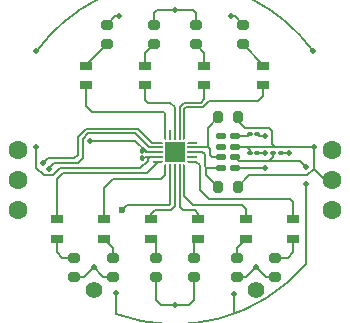
<source format=gbr>
%TF.GenerationSoftware,KiCad,Pcbnew,9.0.2*%
%TF.CreationDate,2025-07-12T02:23:40+02:00*%
%TF.ProjectId,Clock1.2,436c6f63-6b31-42e3-922e-6b696361645f,rev?*%
%TF.SameCoordinates,Original*%
%TF.FileFunction,Copper,L1,Top*%
%TF.FilePolarity,Positive*%
%FSLAX46Y46*%
G04 Gerber Fmt 4.6, Leading zero omitted, Abs format (unit mm)*
G04 Created by KiCad (PCBNEW 9.0.2) date 2025-07-12 02:23:40*
%MOMM*%
%LPD*%
G01*
G04 APERTURE LIST*
G04 Aperture macros list*
%AMRoundRect*
0 Rectangle with rounded corners*
0 $1 Rounding radius*
0 $2 $3 $4 $5 $6 $7 $8 $9 X,Y pos of 4 corners*
0 Add a 4 corners polygon primitive as box body*
4,1,4,$2,$3,$4,$5,$6,$7,$8,$9,$2,$3,0*
0 Add four circle primitives for the rounded corners*
1,1,$1+$1,$2,$3*
1,1,$1+$1,$4,$5*
1,1,$1+$1,$6,$7*
1,1,$1+$1,$8,$9*
0 Add four rect primitives between the rounded corners*
20,1,$1+$1,$2,$3,$4,$5,0*
20,1,$1+$1,$4,$5,$6,$7,0*
20,1,$1+$1,$6,$7,$8,$9,0*
20,1,$1+$1,$8,$9,$2,$3,0*%
%AMFreePoly0*
4,1,14,0.334644,0.085355,0.385355,0.034644,0.400000,-0.000711,0.400000,-0.050000,0.385355,-0.085355,0.350000,-0.100000,-0.350000,-0.100000,-0.385355,-0.085355,-0.400000,-0.050000,-0.400000,0.050000,-0.385355,0.085355,-0.350000,0.100000,0.299289,0.100000,0.334644,0.085355,0.334644,0.085355,$1*%
%AMFreePoly1*
4,1,14,0.385355,0.085355,0.400000,0.050000,0.400000,0.000711,0.385355,-0.034644,0.334644,-0.085355,0.299289,-0.100000,-0.350000,-0.100000,-0.385355,-0.085355,-0.400000,-0.050000,-0.400000,0.050000,-0.385355,0.085355,-0.350000,0.100000,0.350000,0.100000,0.385355,0.085355,0.385355,0.085355,$1*%
%AMFreePoly2*
4,1,14,0.085355,0.385355,0.100000,0.350000,0.100000,-0.350000,0.085355,-0.385355,0.050000,-0.400000,-0.050000,-0.400000,-0.085355,-0.385355,-0.100000,-0.350000,-0.100000,0.299289,-0.085355,0.334644,-0.034644,0.385355,0.000711,0.400000,0.050000,0.400000,0.085355,0.385355,0.085355,0.385355,$1*%
%AMFreePoly3*
4,1,14,0.034644,0.385355,0.085355,0.334644,0.100000,0.299289,0.100000,-0.350000,0.085355,-0.385355,0.050000,-0.400000,-0.050000,-0.400000,-0.085355,-0.385355,-0.100000,-0.350000,-0.100000,0.350000,-0.085355,0.385355,-0.050000,0.400000,-0.000711,0.400000,0.034644,0.385355,0.034644,0.385355,$1*%
%AMFreePoly4*
4,1,14,0.385355,0.085355,0.400000,0.050000,0.400000,-0.050000,0.385355,-0.085355,0.350000,-0.100000,-0.299289,-0.100000,-0.334644,-0.085355,-0.385355,-0.034644,-0.400000,0.000711,-0.400000,0.050000,-0.385355,0.085355,-0.350000,0.100000,0.350000,0.100000,0.385355,0.085355,0.385355,0.085355,$1*%
%AMFreePoly5*
4,1,14,0.385355,0.085355,0.400000,0.050000,0.400000,-0.050000,0.385355,-0.085355,0.350000,-0.100000,-0.350000,-0.100000,-0.385355,-0.085355,-0.400000,-0.050000,-0.400000,-0.000711,-0.385355,0.034644,-0.334644,0.085355,-0.299289,0.100000,0.350000,0.100000,0.385355,0.085355,0.385355,0.085355,$1*%
%AMFreePoly6*
4,1,14,0.085355,0.385355,0.100000,0.350000,0.100000,-0.299289,0.085355,-0.334644,0.034644,-0.385355,-0.000711,-0.400000,-0.050000,-0.400000,-0.085355,-0.385355,-0.100000,-0.350000,-0.100000,0.350000,-0.085355,0.385355,-0.050000,0.400000,0.050000,0.400000,0.085355,0.385355,0.085355,0.385355,$1*%
%AMFreePoly7*
4,1,14,0.085355,0.385355,0.100000,0.350000,0.100000,-0.350000,0.085355,-0.385355,0.050000,-0.400000,0.000711,-0.400000,-0.034644,-0.385355,-0.085355,-0.334644,-0.100000,-0.299289,-0.100000,0.350000,-0.085355,0.385355,-0.050000,0.400000,0.050000,0.400000,0.085355,0.385355,0.085355,0.385355,$1*%
G04 Aperture macros list end*
%TA.AperFunction,Conductor*%
%ADD10C,0.200000*%
%TD*%
%TA.AperFunction,SMDPad,CuDef*%
%ADD11RoundRect,0.112500X0.437500X-0.262500X0.437500X0.262500X-0.437500X0.262500X-0.437500X-0.262500X0*%
%TD*%
%TA.AperFunction,SMDPad,CuDef*%
%ADD12RoundRect,0.200000X-0.275000X0.200000X-0.275000X-0.200000X0.275000X-0.200000X0.275000X0.200000X0*%
%TD*%
%TA.AperFunction,SMDPad,CuDef*%
%ADD13RoundRect,0.200000X0.200000X0.275000X-0.200000X0.275000X-0.200000X-0.275000X0.200000X-0.275000X0*%
%TD*%
%TA.AperFunction,SMDPad,CuDef*%
%ADD14RoundRect,0.200000X0.275000X-0.200000X0.275000X0.200000X-0.275000X0.200000X-0.275000X-0.200000X0*%
%TD*%
%TA.AperFunction,SMDPad,CuDef*%
%ADD15RoundRect,0.112500X-0.437500X0.262500X-0.437500X-0.262500X0.437500X-0.262500X0.437500X0.262500X0*%
%TD*%
%TA.AperFunction,SMDPad,CuDef*%
%ADD16FreePoly0,0.000000*%
%TD*%
%TA.AperFunction,SMDPad,CuDef*%
%ADD17RoundRect,0.050000X-0.350000X-0.050000X0.350000X-0.050000X0.350000X0.050000X-0.350000X0.050000X0*%
%TD*%
%TA.AperFunction,SMDPad,CuDef*%
%ADD18FreePoly1,0.000000*%
%TD*%
%TA.AperFunction,SMDPad,CuDef*%
%ADD19FreePoly2,0.000000*%
%TD*%
%TA.AperFunction,SMDPad,CuDef*%
%ADD20RoundRect,0.050000X-0.050000X-0.350000X0.050000X-0.350000X0.050000X0.350000X-0.050000X0.350000X0*%
%TD*%
%TA.AperFunction,SMDPad,CuDef*%
%ADD21FreePoly3,0.000000*%
%TD*%
%TA.AperFunction,SMDPad,CuDef*%
%ADD22FreePoly4,0.000000*%
%TD*%
%TA.AperFunction,SMDPad,CuDef*%
%ADD23FreePoly5,0.000000*%
%TD*%
%TA.AperFunction,SMDPad,CuDef*%
%ADD24FreePoly6,0.000000*%
%TD*%
%TA.AperFunction,SMDPad,CuDef*%
%ADD25FreePoly7,0.000000*%
%TD*%
%TA.AperFunction,HeatsinkPad*%
%ADD26R,1.700000X1.700000*%
%TD*%
%TA.AperFunction,SMDPad,CuDef*%
%ADD27RoundRect,0.100000X-0.130000X-0.100000X0.130000X-0.100000X0.130000X0.100000X-0.130000X0.100000X0*%
%TD*%
%TA.AperFunction,SMDPad,CuDef*%
%ADD28RoundRect,0.100000X0.100000X-0.130000X0.100000X0.130000X-0.100000X0.130000X-0.100000X-0.130000X0*%
%TD*%
%TA.AperFunction,SMDPad,CuDef*%
%ADD29RoundRect,0.125000X-0.275000X-0.125000X0.275000X-0.125000X0.275000X0.125000X-0.275000X0.125000X0*%
%TD*%
%TA.AperFunction,SMDPad,CuDef*%
%ADD30RoundRect,0.100000X0.130000X0.100000X-0.130000X0.100000X-0.130000X-0.100000X0.130000X-0.100000X0*%
%TD*%
%TA.AperFunction,ComponentPad*%
%ADD31C,1.600000*%
%TD*%
%TA.AperFunction,ComponentPad*%
%ADD32C,1.400000*%
%TD*%
%TA.AperFunction,ViaPad*%
%ADD33C,0.500000*%
%TD*%
%TA.AperFunction,ViaPad*%
%ADD34C,0.600000*%
%TD*%
%TA.AperFunction,Conductor*%
%ADD35C,0.100000*%
%TD*%
G04 APERTURE END LIST*
D10*
%TO.N,VCC*%
X88275000Y-91475000D02*
G75*
G02*
X111721761Y-91470548I11725000J-8525000D01*
G01*
%TO.N,Net-(BackupBT1-+)*%
X111100000Y-109450000D02*
G75*
G02*
X95051262Y-113712129I-11100000J9450000D01*
G01*
%TD*%
D11*
%TO.P,D4,1,K*%
%TO.N,Net-(D4-K)*%
X90000000Y-107325000D03*
%TO.P,D4,2,A*%
%TO.N,Net-(D4-A)*%
X90000000Y-105675000D03*
%TD*%
D12*
%TO.P,R7,1*%
%TO.N,Net-(D7-K)*%
X101625000Y-108925000D03*
%TO.P,R7,2*%
%TO.N,GND*%
X101625000Y-110575000D03*
%TD*%
%TO.P,R5,1*%
%TO.N,Net-(D5-K)*%
X94750000Y-108925000D03*
%TO.P,R5,2*%
%TO.N,GND*%
X94750000Y-110575000D03*
%TD*%
D13*
%TO.P,R11,1*%
%TO.N,VCC*%
X105325000Y-97050000D03*
%TO.P,R11,2*%
%TO.N,Net-(U1-PB0)*%
X103675000Y-97050000D03*
%TD*%
D12*
%TO.P,R9,1*%
%TO.N,Net-(D9-K)*%
X108500000Y-108925000D03*
%TO.P,R9,2*%
%TO.N,GND*%
X108500000Y-110575000D03*
%TD*%
%TO.P,R6,1*%
%TO.N,Net-(D6-K)*%
X98375000Y-108925000D03*
%TO.P,R6,2*%
%TO.N,GND*%
X98375000Y-110575000D03*
%TD*%
D14*
%TO.P,R3,1*%
%TO.N,Net-(D3-K)*%
X105750000Y-90850000D03*
%TO.P,R3,2*%
%TO.N,GND*%
X105750000Y-89200000D03*
%TD*%
%TO.P,R1,1*%
%TO.N,Net-(D1-K)*%
X98250000Y-90850000D03*
%TO.P,R1,2*%
%TO.N,GND*%
X98250000Y-89200000D03*
%TD*%
D15*
%TO.P,D1,1,K*%
%TO.N,Net-(D1-K)*%
X97500000Y-92675000D03*
%TO.P,D1,2,A*%
%TO.N,Net-(D1-A)*%
X97500000Y-94325000D03*
%TD*%
D16*
%TO.P,U1,1,PA2*%
%TO.N,Net-(S1-In)*%
X98550000Y-99200000D03*
D17*
%TO.P,U1,2,PA3*%
%TO.N,Net-(S2-In)*%
X98550000Y-99600000D03*
%TO.P,U1,3,GND*%
%TO.N,GND*%
X98550000Y-100000000D03*
%TO.P,U1,4,VCC*%
%TO.N,VCC*%
X98550000Y-100400000D03*
D18*
%TO.P,U1,5,PA4*%
%TO.N,Net-(D4-A)*%
X98550000Y-100800000D03*
D19*
%TO.P,U1,6,PA5*%
%TO.N,Net-(D5-A)*%
X99200000Y-101450000D03*
D20*
%TO.P,U1,7,PA6*%
%TO.N,Net-(S3-In)*%
X99600000Y-101450000D03*
%TO.P,U1,8,PA7*%
%TO.N,Net-(D6-A)*%
X100000000Y-101450000D03*
%TO.P,U1,9,PB5*%
%TO.N,Net-(D7-A)*%
X100400000Y-101450000D03*
D21*
%TO.P,U1,10,PB4*%
%TO.N,Net-(D8-A)*%
X100800000Y-101450000D03*
D22*
%TO.P,U1,11,PB3*%
%TO.N,Net-(D9-A)*%
X101450000Y-100800000D03*
D17*
%TO.P,U1,12,PB2*%
%TO.N,unconnected-(U1-PB2-Pad12)*%
X101450000Y-100400000D03*
%TO.P,U1,13,PB1*%
%TO.N,Net-(U1-PB1)*%
X101450000Y-100000000D03*
%TO.P,U1,14,PB0*%
%TO.N,Net-(U1-PB0)*%
X101450000Y-99600000D03*
D23*
%TO.P,U1,15,PC0*%
%TO.N,unconnected-(U1-PC0-Pad15)*%
X101450000Y-99200000D03*
D24*
%TO.P,U1,16,PC1*%
%TO.N,Net-(D3-A)*%
X100800000Y-98550000D03*
D20*
%TO.P,U1,17,PC2*%
%TO.N,Net-(D2-A)*%
X100400000Y-98550000D03*
%TO.P,U1,18,PC3*%
%TO.N,Net-(D1-A)*%
X100000000Y-98550000D03*
%TO.P,U1,19,~{RESET}/PA0*%
%TO.N,Net-(U1-~{RESET}{slash}PA0)*%
X99600000Y-98550000D03*
D25*
%TO.P,U1,20,PA1*%
%TO.N,Net-(D0-A)*%
X99200000Y-98550000D03*
D26*
%TO.P,U1,21,GND*%
%TO.N,GND*%
X100000000Y-100000000D03*
%TD*%
D15*
%TO.P,D0,1,K*%
%TO.N,Net-(D0-K)*%
X92500000Y-92675000D03*
%TO.P,D0,2,A*%
%TO.N,Net-(D0-A)*%
X92500000Y-94325000D03*
%TD*%
D13*
%TO.P,R12,1*%
%TO.N,VCC*%
X105325000Y-102950000D03*
%TO.P,R12,2*%
%TO.N,Net-(U1-PB1)*%
X103675000Y-102950000D03*
%TD*%
D11*
%TO.P,D6,1,K*%
%TO.N,Net-(D6-K)*%
X98000000Y-107325000D03*
%TO.P,D6,2,A*%
%TO.N,Net-(D6-A)*%
X98000000Y-105675000D03*
%TD*%
D27*
%TO.P,C2,1*%
%TO.N,VCC*%
X106330000Y-100100000D03*
%TO.P,C2,2*%
%TO.N,GND*%
X106970000Y-100100000D03*
%TD*%
D15*
%TO.P,D2,1,K*%
%TO.N,Net-(D2-K)*%
X102500000Y-92675000D03*
%TO.P,D2,2,A*%
%TO.N,Net-(D2-A)*%
X102500000Y-94325000D03*
%TD*%
D11*
%TO.P,D5,1,K*%
%TO.N,Net-(D5-K)*%
X94000000Y-107325000D03*
%TO.P,D5,2,A*%
%TO.N,Net-(D5-A)*%
X94000000Y-105675000D03*
%TD*%
D14*
%TO.P,R2,1*%
%TO.N,Net-(D2-K)*%
X101750000Y-90850000D03*
%TO.P,R2,2*%
%TO.N,GND*%
X101750000Y-89200000D03*
%TD*%
D12*
%TO.P,R4,1*%
%TO.N,Net-(D4-K)*%
X91500000Y-108925000D03*
%TO.P,R4,2*%
%TO.N,GND*%
X91500000Y-110575000D03*
%TD*%
D28*
%TO.P,C1,1*%
%TO.N,VCC*%
X97200000Y-100520000D03*
%TO.P,C1,2*%
%TO.N,GND*%
X97200000Y-99880000D03*
%TD*%
D11*
%TO.P,D7,1,K*%
%TO.N,Net-(D7-K)*%
X102000000Y-107325000D03*
%TO.P,D7,2,A*%
%TO.N,Net-(D7-A)*%
X102000000Y-105675000D03*
%TD*%
D29*
%TO.P,U2,1,CLKOUT*%
%TO.N,unconnected-(U2-CLKOUT-Pad1)*%
X103900000Y-98650000D03*
%TO.P,U2,2,~{INT}*%
%TO.N,unconnected-(U2-~{INT}-Pad2)*%
X103900000Y-99550000D03*
%TO.P,U2,3,SCL*%
%TO.N,Net-(U1-PB0)*%
X103900000Y-100450000D03*
%TO.P,U2,4,SDA*%
%TO.N,Net-(U1-PB1)*%
X103900000Y-101350000D03*
%TO.P,U2,5,VSS*%
%TO.N,GND*%
X105100000Y-101350000D03*
%TO.P,U2,6,VBACKUP*%
%TO.N,Net-(BackupBT1-+)*%
X105100000Y-100450000D03*
%TO.P,U2,7,VDD*%
%TO.N,VCC*%
X105100000Y-99550000D03*
%TO.P,U2,8,EVI*%
%TO.N,Net-(U2-EVI)*%
X105100000Y-98650000D03*
%TD*%
D27*
%TO.P,R10,1*%
%TO.N,Net-(U2-EVI)*%
X106330000Y-98475000D03*
%TO.P,R10,2*%
%TO.N,GND*%
X106970000Y-98475000D03*
%TD*%
D11*
%TO.P,D9,1,K*%
%TO.N,Net-(D9-K)*%
X110000000Y-107325000D03*
%TO.P,D9,2,A*%
%TO.N,Net-(D9-A)*%
X110000000Y-105675000D03*
%TD*%
D30*
%TO.P,C3,1*%
%TO.N,GND*%
X108970000Y-100100000D03*
%TO.P,C3,2*%
%TO.N,Net-(BackupBT1-+)*%
X108330000Y-100100000D03*
%TD*%
D15*
%TO.P,D3,1,K*%
%TO.N,Net-(D3-K)*%
X107500000Y-92675000D03*
%TO.P,D3,2,A*%
%TO.N,Net-(D3-A)*%
X107500000Y-94325000D03*
%TD*%
D12*
%TO.P,R8,1*%
%TO.N,Net-(D8-K)*%
X105250000Y-108925000D03*
%TO.P,R8,2*%
%TO.N,GND*%
X105250000Y-110575000D03*
%TD*%
D14*
%TO.P,R0,1*%
%TO.N,Net-(D0-K)*%
X94250000Y-90850000D03*
%TO.P,R0,2*%
%TO.N,GND*%
X94250000Y-89200000D03*
%TD*%
D11*
%TO.P,D8,1,K*%
%TO.N,Net-(D8-K)*%
X106000000Y-107325000D03*
%TO.P,D8,2,A*%
%TO.N,Net-(D8-A)*%
X106000000Y-105675000D03*
%TD*%
D31*
%TO.P,S3,1,In*%
%TO.N,Net-(S3-In)*%
X86700000Y-104930000D03*
%TD*%
%TO.P,GND,1,1*%
%TO.N,GND*%
X113300000Y-104930000D03*
%TD*%
%TO.P,UPDI,1,1*%
%TO.N,Net-(U1-~{RESET}{slash}PA0)*%
X113300000Y-99850000D03*
%TD*%
%TO.P,S1,1,In*%
%TO.N,Net-(S1-In)*%
X86700000Y-99850000D03*
%TD*%
D32*
%TO.P,GS2,1,In*%
%TO.N,GND*%
X106875000Y-111650000D03*
%TD*%
%TO.P,GS1,1,In*%
%TO.N,GND*%
X93125000Y-111650000D03*
%TD*%
D31*
%TO.P,VCC,1,1*%
%TO.N,VCC*%
X113300000Y-102390000D03*
%TD*%
%TO.P,S2,1,In*%
%TO.N,Net-(S2-In)*%
X86700000Y-102390000D03*
%TD*%
D33*
%TO.N,VCC*%
X111725000Y-91475000D03*
X88250000Y-99550000D03*
X111750000Y-99550000D03*
X88275000Y-91475000D03*
%TO.N,GND*%
X100000000Y-100000000D03*
X104750000Y-88500000D03*
X107650000Y-100100000D03*
X106875000Y-109750000D03*
X109650000Y-100100000D03*
X107650000Y-98650000D03*
X93125000Y-109750000D03*
X100000000Y-112925000D03*
X95250000Y-88500000D03*
X107650000Y-101350000D03*
X92800000Y-99050000D03*
X100000000Y-88000000D03*
%TO.N,Net-(BackupBT1-+)*%
X95050000Y-111950000D03*
X111100000Y-101275000D03*
X105000000Y-112000000D03*
X111100000Y-102675000D03*
%TO.N,Net-(S1-In)*%
X88800000Y-100950000D03*
%TO.N,Net-(S2-In)*%
X89350000Y-101400000D03*
D34*
%TO.N,Net-(S3-In)*%
X95525000Y-104900000D03*
%TD*%
D10*
%TO.N,VCC*%
X97090000Y-101350000D02*
X97690000Y-100750000D01*
X106100000Y-99550000D02*
X111750000Y-99550000D01*
X97490000Y-100400000D02*
X97410000Y-100480000D01*
X97900000Y-100400000D02*
X97490000Y-100400000D01*
X105100000Y-99550000D02*
X106100000Y-99550000D01*
X108200000Y-99275000D02*
X108200000Y-98225000D01*
D35*
X97275000Y-100675000D02*
X97280000Y-100675000D01*
D10*
X111750000Y-101450000D02*
X111750000Y-99550000D01*
X111225000Y-101975000D02*
X111750000Y-101450000D01*
X106300000Y-101975000D02*
X111225000Y-101975000D01*
X88900000Y-101950000D02*
X89700000Y-101950000D01*
X107950000Y-97975000D02*
X105950000Y-97975000D01*
X108200000Y-98225000D02*
X107950000Y-97975000D01*
X108475000Y-99550000D02*
X108200000Y-99275000D01*
X90300000Y-101350000D02*
X97090000Y-101350000D01*
X97700000Y-100600000D02*
X97900000Y-100400000D01*
X98550000Y-100400000D02*
X97900000Y-100400000D01*
X105950000Y-97975000D02*
X105325000Y-97350000D01*
X89700000Y-101950000D02*
X90300000Y-101350000D01*
X105325000Y-102950000D02*
X106300000Y-101975000D01*
X112690000Y-102390000D02*
X111750000Y-101450000D01*
X105325000Y-97350000D02*
X105325000Y-97050000D01*
X106330000Y-99780000D02*
X106100000Y-99550000D01*
X88250000Y-99550000D02*
X88250000Y-101300000D01*
X111750000Y-99550000D02*
X108475000Y-99550000D01*
X97410000Y-100480000D02*
X97240000Y-100480000D01*
X105222500Y-97247500D02*
X105222500Y-97050000D01*
X97700000Y-100750000D02*
X97700000Y-100600000D01*
X97690000Y-100750000D02*
X97700000Y-100750000D01*
X113300000Y-102390000D02*
X112690000Y-102390000D01*
X88250000Y-101300000D02*
X88900000Y-101950000D01*
X106330000Y-100100000D02*
X106330000Y-99780000D01*
X97240000Y-100480000D02*
X97200000Y-100520000D01*
%TO.N,GND*%
X107700000Y-110575000D02*
X106875000Y-109750000D01*
X98550000Y-100000000D02*
X97940000Y-100000000D01*
X97399999Y-99880000D02*
X97200000Y-99880000D01*
X91500000Y-110575000D02*
X92300000Y-110575000D01*
X105050000Y-88500000D02*
X104750000Y-88500000D01*
X92800000Y-99050000D02*
X92790000Y-99060000D01*
X107650000Y-101350000D02*
X105100000Y-101350000D01*
X93125000Y-109750000D02*
X93950000Y-110575000D01*
X94950000Y-88500000D02*
X95250000Y-88500000D01*
X94250000Y-89200000D02*
X94950000Y-88500000D01*
X101750000Y-89200000D02*
X101750000Y-88250000D01*
X106970000Y-100100000D02*
X107650000Y-100100000D01*
X108500000Y-110575000D02*
X107700000Y-110575000D01*
X107145000Y-98650000D02*
X106970000Y-98475000D01*
X98250000Y-89200000D02*
X98250000Y-88250000D01*
X101625000Y-112500000D02*
X101200000Y-112925000D01*
X101200000Y-112925000D02*
X100000000Y-112925000D01*
X107020000Y-100100000D02*
X106970000Y-100050000D01*
X98500000Y-88000000D02*
X100000000Y-88000000D01*
X98375000Y-112500000D02*
X98800000Y-112925000D01*
X96650000Y-99050000D02*
X92800000Y-99050000D01*
X101500000Y-88000000D02*
X100000000Y-88000000D01*
X92300000Y-110575000D02*
X93125000Y-109750000D01*
X98800000Y-112925000D02*
X100000000Y-112925000D01*
X97600000Y-100000000D02*
X97519999Y-100000000D01*
X107145000Y-98650000D02*
X107650000Y-98650000D01*
X97600000Y-100000000D02*
X96650000Y-99050000D01*
X93950000Y-110575000D02*
X94750000Y-110575000D01*
X97940000Y-100000000D02*
X97600000Y-100000000D01*
X101625000Y-110575000D02*
X101625000Y-112500000D01*
X108970000Y-100100000D02*
X109650000Y-100100000D01*
X106050000Y-110575000D02*
X106875000Y-109750000D01*
X105750000Y-89200000D02*
X105050000Y-88500000D01*
X98375000Y-110575000D02*
X98375000Y-112500000D01*
X101750000Y-88250000D02*
X101500000Y-88000000D01*
X105250000Y-110575000D02*
X106050000Y-110575000D01*
X98250000Y-88250000D02*
X98500000Y-88000000D01*
X97519999Y-100000000D02*
X97399999Y-99880000D01*
%TO.N,Net-(D0-K)*%
X92500000Y-92675000D02*
X92500000Y-92600000D01*
X92500000Y-92600000D02*
X94250000Y-90850000D01*
%TO.N,Net-(D1-K)*%
X97500000Y-92675000D02*
X97500000Y-91600000D01*
X97500000Y-91600000D02*
X98250000Y-90850000D01*
%TO.N,Net-(D2-K)*%
X102500000Y-91600000D02*
X101750000Y-90850000D01*
X102500000Y-92675000D02*
X102500000Y-91600000D01*
%TO.N,Net-(D3-K)*%
X107500000Y-92675000D02*
X107500000Y-92600000D01*
X107500000Y-92600000D02*
X105750000Y-90850000D01*
%TO.N,Net-(D4-K)*%
X90000000Y-108475000D02*
X90450000Y-108925000D01*
X90450000Y-108925000D02*
X91500000Y-108925000D01*
X90000000Y-107325000D02*
X90000000Y-108475000D01*
%TO.N,Net-(D5-K)*%
X94000000Y-107325000D02*
X94750000Y-108075000D01*
X94750000Y-108075000D02*
X94750000Y-108925000D01*
%TO.N,Net-(D6-K)*%
X98375000Y-107700000D02*
X98375000Y-108925000D01*
X98000000Y-107325000D02*
X98375000Y-107700000D01*
%TO.N,Net-(D7-K)*%
X102000000Y-107325000D02*
X101625000Y-107700000D01*
X101625000Y-107700000D02*
X101625000Y-108925000D01*
%TO.N,Net-(D8-K)*%
X106000000Y-107325000D02*
X105250000Y-108075000D01*
X105250000Y-108075000D02*
X105250000Y-108925000D01*
%TO.N,Net-(D9-K)*%
X109550000Y-108925000D02*
X108500000Y-108925000D01*
X110000000Y-107325000D02*
X110000000Y-108475000D01*
X110000000Y-108475000D02*
X109550000Y-108925000D01*
%TO.N,Net-(D3-A)*%
X107500000Y-95275000D02*
X107500000Y-94325000D01*
X102850000Y-95700000D02*
X107075000Y-95700000D01*
X102350000Y-96200000D02*
X102850000Y-95700000D01*
X100975000Y-96200000D02*
X102350000Y-96200000D01*
X100800000Y-96375000D02*
X100975000Y-96200000D01*
X100800000Y-98550000D02*
X100800000Y-96375000D01*
X107075000Y-95700000D02*
X107500000Y-95275000D01*
%TO.N,Net-(D6-A)*%
X100000000Y-101450000D02*
X100000000Y-104600000D01*
X100000000Y-104600000D02*
X99700000Y-104900000D01*
X99700000Y-104900000D02*
X98325000Y-104900000D01*
X98000000Y-105225000D02*
X98000000Y-105675000D01*
X98325000Y-104900000D02*
X98000000Y-105225000D01*
%TO.N,Net-(U1-PB1)*%
X102675000Y-101950000D02*
X102675000Y-101350000D01*
X103675000Y-102950000D02*
X102675000Y-101950000D01*
X101450000Y-100000000D02*
X102325000Y-100000000D01*
X102512000Y-100187000D02*
X102512000Y-101187000D01*
X102325000Y-100000000D02*
X102512000Y-100187000D01*
X102512000Y-101187000D02*
X102675000Y-101350000D01*
X102675000Y-101350000D02*
X103900000Y-101350000D01*
%TO.N,Net-(D9-A)*%
X102100000Y-103225000D02*
X102850000Y-103975000D01*
X101825000Y-100800000D02*
X102100000Y-101075000D01*
X101450000Y-100800000D02*
X101825000Y-100800000D01*
X110000000Y-104250000D02*
X110000000Y-105675000D01*
X102100000Y-101075000D02*
X102100000Y-103225000D01*
X102850000Y-103975000D02*
X109725000Y-103975000D01*
X109725000Y-103975000D02*
X110000000Y-104250000D01*
%TO.N,Net-(D2-A)*%
X100400000Y-98550000D02*
X100400000Y-96175000D01*
X100775000Y-95800000D02*
X102175000Y-95800000D01*
X102500000Y-95475000D02*
X102500000Y-94325000D01*
X100400000Y-96175000D02*
X100775000Y-95800000D01*
X102175000Y-95800000D02*
X102500000Y-95475000D01*
%TO.N,Net-(D8-A)*%
X100800000Y-101450000D02*
X100800000Y-103725000D01*
X105700000Y-104500000D02*
X106000000Y-104800000D01*
X101575000Y-104500000D02*
X105700000Y-104500000D01*
X106000000Y-104800000D02*
X106000000Y-105675000D01*
X100800000Y-103725000D02*
X101575000Y-104500000D01*
%TO.N,Net-(D1-A)*%
X100000000Y-96175000D02*
X99625000Y-95800000D01*
X97750000Y-95800000D02*
X97500000Y-95550000D01*
X97500000Y-95550000D02*
X97500000Y-94325000D01*
X99625000Y-95800000D02*
X97750000Y-95800000D01*
X100000000Y-98550000D02*
X100000000Y-96175000D01*
%TO.N,Net-(D0-A)*%
X99050000Y-96600000D02*
X93000000Y-96600000D01*
X93000000Y-96600000D02*
X92500000Y-96100000D01*
X99200000Y-96750000D02*
X99050000Y-96600000D01*
X92500000Y-96100000D02*
X92500000Y-94325000D01*
X99200000Y-98550000D02*
X99200000Y-96750000D01*
%TO.N,Net-(D7-A)*%
X100400000Y-104650000D02*
X100650000Y-104900000D01*
X101700000Y-104900000D02*
X102000000Y-105200000D01*
X102000000Y-105200000D02*
X102000000Y-105675000D01*
X100400000Y-101450000D02*
X100400000Y-104650000D01*
X101800000Y-105475000D02*
X102000000Y-105675000D01*
X100650000Y-104900000D02*
X101700000Y-104900000D01*
%TO.N,Net-(U1-PB0)*%
X102950000Y-100275000D02*
X103125000Y-100450000D01*
X103125000Y-100450000D02*
X103900000Y-100450000D01*
X102950000Y-99750000D02*
X102950000Y-100275000D01*
X102800000Y-99600000D02*
X102950000Y-99750000D01*
X102800000Y-99600000D02*
X102800000Y-97925000D01*
X102800000Y-97925000D02*
X103675000Y-97050000D01*
X101450000Y-99600000D02*
X102800000Y-99600000D01*
%TO.N,Net-(D5-A)*%
X99200000Y-101450000D02*
X99200000Y-101925000D01*
X98850000Y-102275000D02*
X94750000Y-102275000D01*
X99200000Y-101925000D02*
X98850000Y-102275000D01*
X94000000Y-103025000D02*
X94000000Y-105675000D01*
X94750000Y-102275000D02*
X94000000Y-103025000D01*
%TO.N,Net-(D4-A)*%
X90000000Y-102275000D02*
X90000000Y-105675000D01*
X98550000Y-100800000D02*
X97600000Y-101750000D01*
X97600000Y-101750000D02*
X90525000Y-101750000D01*
X90525000Y-101750000D02*
X90000000Y-102275000D01*
%TO.N,Net-(U2-EVI)*%
X105100000Y-98650000D02*
X106155000Y-98650000D01*
X106155000Y-98650000D02*
X106330000Y-98475000D01*
%TO.N,Net-(BackupBT1-+)*%
X95051262Y-113712129D02*
X95051262Y-111951262D01*
X105000000Y-112000000D02*
X105000000Y-113650000D01*
X105400000Y-100750000D02*
X106625000Y-100750000D01*
X105100000Y-100450000D02*
X105400000Y-100750000D01*
X106625000Y-100750000D02*
X108000000Y-100750000D01*
X95051262Y-111951262D02*
X95050000Y-111950000D01*
X110575000Y-100750000D02*
X111100000Y-101275000D01*
X108000000Y-100750000D02*
X110575000Y-100750000D01*
X111100000Y-102675000D02*
X111100000Y-109450000D01*
X108330000Y-100420000D02*
X108000000Y-100750000D01*
X108330000Y-100100000D02*
X108330000Y-100420000D01*
%TO.N,Net-(S1-In)*%
X91800000Y-100200000D02*
X91800000Y-98684314D01*
X88800000Y-100950000D02*
X89250000Y-100500000D01*
X98050000Y-99200000D02*
X98550000Y-99200000D01*
X89250000Y-100500000D02*
X91500000Y-100500000D01*
X92484314Y-98000000D02*
X96850000Y-98000000D01*
X96850000Y-98000000D02*
X98050000Y-99200000D01*
X91800000Y-98684314D02*
X92484314Y-98000000D01*
X91500000Y-100500000D02*
X91800000Y-100200000D01*
%TO.N,Net-(S2-In)*%
X92200000Y-100500000D02*
X91800000Y-100900000D01*
X89800000Y-100900000D02*
X89350000Y-101350000D01*
X97800000Y-99600000D02*
X96600000Y-98400000D01*
X91800000Y-100900000D02*
X89800000Y-100900000D01*
X98550000Y-99600000D02*
X97800000Y-99600000D01*
X92650000Y-98400000D02*
X92200000Y-98850000D01*
X92200000Y-98850000D02*
X92200000Y-100500000D01*
X89350000Y-101350000D02*
X89350000Y-101400000D01*
X96600000Y-98400000D02*
X92650000Y-98400000D01*
%TO.N,Net-(S3-In)*%
X99475000Y-104500000D02*
X95925000Y-104500000D01*
X99600000Y-104375000D02*
X99475000Y-104500000D01*
X95925000Y-104500000D02*
X95525000Y-104900000D01*
X99600000Y-101450000D02*
X99600000Y-104375000D01*
%TD*%
M02*

</source>
